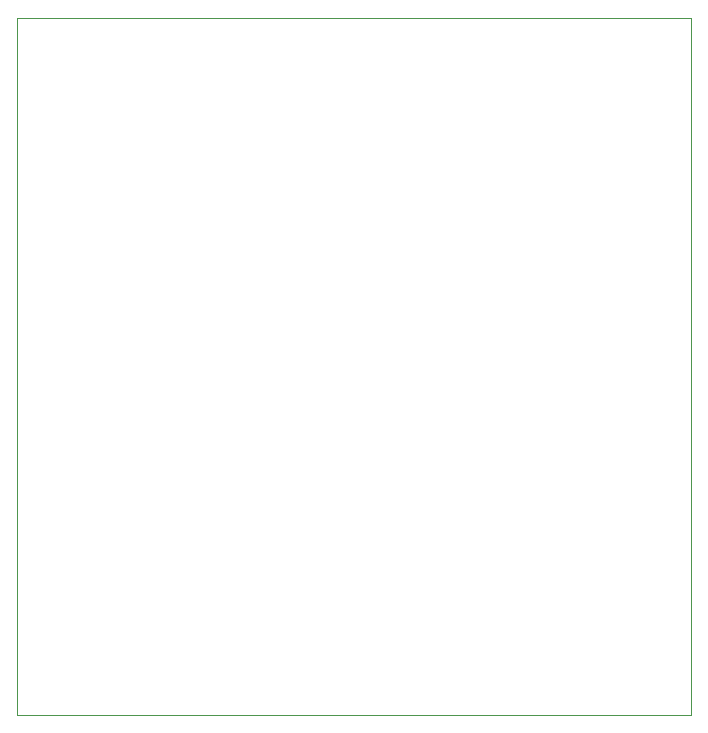
<source format=gbr>
%TF.GenerationSoftware,KiCad,Pcbnew,(6.0.4)*%
%TF.CreationDate,2022-05-01T17:36:18-07:00*%
%TF.ProjectId,Eight LEDBar,45696768-7420-44c4-9544-4261722e6b69,rev?*%
%TF.SameCoordinates,Original*%
%TF.FileFunction,Profile,NP*%
%FSLAX46Y46*%
G04 Gerber Fmt 4.6, Leading zero omitted, Abs format (unit mm)*
G04 Created by KiCad (PCBNEW (6.0.4)) date 2022-05-01 17:36:18*
%MOMM*%
%LPD*%
G01*
G04 APERTURE LIST*
%TA.AperFunction,Profile*%
%ADD10C,0.100000*%
%TD*%
G04 APERTURE END LIST*
D10*
X107315000Y-63500000D02*
X164315000Y-63500000D01*
X164315000Y-63500000D02*
X164315000Y-122500000D01*
X164315000Y-122500000D02*
X107315000Y-122500000D01*
X107315000Y-122500000D02*
X107315000Y-63500000D01*
M02*

</source>
